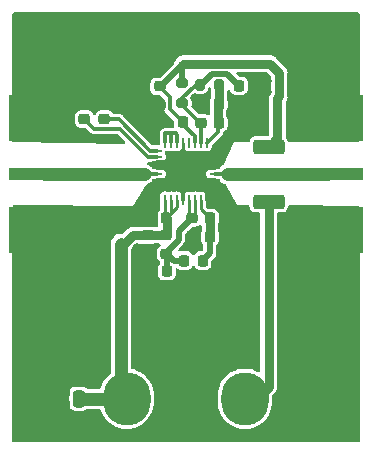
<source format=gbr>
%TF.GenerationSoftware,KiCad,Pcbnew,(6.0.5)*%
%TF.CreationDate,2025-03-15T15:53:08+01:00*%
%TF.ProjectId,PMA5-123-3W,504d4135-2d31-4323-932d-33572e6b6963,rev?*%
%TF.SameCoordinates,Original*%
%TF.FileFunction,Copper,L1,Top*%
%TF.FilePolarity,Positive*%
%FSLAX46Y46*%
G04 Gerber Fmt 4.6, Leading zero omitted, Abs format (unit mm)*
G04 Created by KiCad (PCBNEW (6.0.5)) date 2025-03-15 15:53:08*
%MOMM*%
%LPD*%
G01*
G04 APERTURE LIST*
G04 Aperture macros list*
%AMRoundRect*
0 Rectangle with rounded corners*
0 $1 Rounding radius*
0 $2 $3 $4 $5 $6 $7 $8 $9 X,Y pos of 4 corners*
0 Add a 4 corners polygon primitive as box body*
4,1,4,$2,$3,$4,$5,$6,$7,$8,$9,$2,$3,0*
0 Add four circle primitives for the rounded corners*
1,1,$1+$1,$2,$3*
1,1,$1+$1,$4,$5*
1,1,$1+$1,$6,$7*
1,1,$1+$1,$8,$9*
0 Add four rect primitives between the rounded corners*
20,1,$1+$1,$2,$3,$4,$5,0*
20,1,$1+$1,$4,$5,$6,$7,0*
20,1,$1+$1,$6,$7,$8,$9,0*
20,1,$1+$1,$8,$9,$2,$3,0*%
G04 Aperture macros list end*
%TA.AperFunction,SMDPad,CuDef*%
%ADD10RoundRect,0.225000X0.225000X0.250000X-0.225000X0.250000X-0.225000X-0.250000X0.225000X-0.250000X0*%
%TD*%
%TA.AperFunction,SMDPad,CuDef*%
%ADD11RoundRect,0.062500X0.375000X0.062500X-0.375000X0.062500X-0.375000X-0.062500X0.375000X-0.062500X0*%
%TD*%
%TA.AperFunction,SMDPad,CuDef*%
%ADD12RoundRect,0.062500X0.062500X0.375000X-0.062500X0.375000X-0.062500X-0.375000X0.062500X-0.375000X0*%
%TD*%
%TA.AperFunction,ComponentPad*%
%ADD13C,0.400000*%
%TD*%
%TA.AperFunction,SMDPad,CuDef*%
%ADD14R,3.100000X3.100000*%
%TD*%
%TA.AperFunction,SMDPad,CuDef*%
%ADD15RoundRect,0.225000X-0.250000X0.225000X-0.250000X-0.225000X0.250000X-0.225000X0.250000X0.225000X0*%
%TD*%
%TA.AperFunction,SMDPad,CuDef*%
%ADD16RoundRect,0.225000X-0.225000X-0.250000X0.225000X-0.250000X0.225000X0.250000X-0.225000X0.250000X0*%
%TD*%
%TA.AperFunction,SMDPad,CuDef*%
%ADD17RoundRect,0.225000X0.250000X-0.225000X0.250000X0.225000X-0.250000X0.225000X-0.250000X-0.225000X0*%
%TD*%
%TA.AperFunction,SMDPad,CuDef*%
%ADD18RoundRect,0.218750X0.218750X0.256250X-0.218750X0.256250X-0.218750X-0.256250X0.218750X-0.256250X0*%
%TD*%
%TA.AperFunction,SMDPad,CuDef*%
%ADD19R,4.700000X1.100000*%
%TD*%
%TA.AperFunction,ComponentPad*%
%ADD20R,4.700000X4.000000*%
%TD*%
%TA.AperFunction,ComponentPad*%
%ADD21C,0.800000*%
%TD*%
%TA.AperFunction,ComponentPad*%
%ADD22C,5.400000*%
%TD*%
%TA.AperFunction,SMDPad,CuDef*%
%ADD23RoundRect,0.250000X-1.075000X0.362500X-1.075000X-0.362500X1.075000X-0.362500X1.075000X0.362500X0*%
%TD*%
%TA.AperFunction,SMDPad,CuDef*%
%ADD24RoundRect,0.200000X0.200000X0.275000X-0.200000X0.275000X-0.200000X-0.275000X0.200000X-0.275000X0*%
%TD*%
%TA.AperFunction,SMDPad,CuDef*%
%ADD25RoundRect,0.218750X0.256250X-0.218750X0.256250X0.218750X-0.256250X0.218750X-0.256250X-0.218750X0*%
%TD*%
%TA.AperFunction,ComponentPad*%
%ADD26O,4.000000X4.500000*%
%TD*%
%TA.AperFunction,SMDPad,CuDef*%
%ADD27RoundRect,0.250000X0.250000X0.475000X-0.250000X0.475000X-0.250000X-0.475000X0.250000X-0.475000X0*%
%TD*%
%TA.AperFunction,SMDPad,CuDef*%
%ADD28RoundRect,0.200000X0.275000X-0.200000X0.275000X0.200000X-0.275000X0.200000X-0.275000X-0.200000X0*%
%TD*%
%TA.AperFunction,ViaPad*%
%ADD29C,0.800000*%
%TD*%
%TA.AperFunction,Conductor*%
%ADD30C,0.800000*%
%TD*%
%TA.AperFunction,Conductor*%
%ADD31C,0.500000*%
%TD*%
%TA.AperFunction,Conductor*%
%ADD32C,0.300000*%
%TD*%
%TA.AperFunction,Conductor*%
%ADD33C,0.250000*%
%TD*%
%TA.AperFunction,Conductor*%
%ADD34C,1.100000*%
%TD*%
G04 APERTURE END LIST*
D10*
%TO.P,C16,1*%
%TO.N,Net-(C15-Pad1)*%
X170725000Y-46612740D03*
%TO.P,C16,2*%
%TO.N,GNDREF*%
X169175000Y-46612740D03*
%TD*%
D11*
%TO.P,U4,1*%
%TO.N,GNDREF*%
X173437500Y-52500000D03*
%TO.P,U4,2*%
X173437500Y-52000000D03*
%TO.P,U4,3*%
X173437500Y-51500000D03*
%TO.P,U4,4*%
%TO.N,Net-(J3-Pad1)*%
X173437500Y-51000000D03*
%TO.P,U4,5*%
%TO.N,GNDREF*%
X173437500Y-50500000D03*
%TO.P,U4,6*%
X173437500Y-50000000D03*
%TO.P,U4,7*%
X173437500Y-49500000D03*
%TO.P,U4,8*%
X173437500Y-49000000D03*
D12*
%TO.P,U4,9,Vg1*%
%TO.N,Net-(C4-Pad1)*%
X172750000Y-48312500D03*
%TO.P,U4,10,Vg2*%
%TO.N,Net-(C13-Pad1)*%
X172250000Y-48312500D03*
%TO.P,U4,11,Vg3*%
%TO.N,Net-(C15-Pad1)*%
X171750000Y-48312500D03*
%TO.P,U4,12,VD2B*%
%TO.N,unconnected-(U4-Pad12)*%
X171250000Y-48312500D03*
%TO.P,U4,13*%
%TO.N,GNDREF*%
X170750000Y-48312500D03*
%TO.P,U4,14,VD3B*%
%TO.N,Net-(U4-Pad14)*%
X170250000Y-48312500D03*
%TO.P,U4,15,VD3B*%
X169750000Y-48312500D03*
%TO.P,U4,16,VD3B*%
X169250000Y-48312500D03*
D11*
%TO.P,U4,17,Vref*%
%TO.N,Net-(C19-Pad1)*%
X168562500Y-49000000D03*
%TO.P,U4,18,Vdet*%
%TO.N,Net-(C20-Pad1)*%
X168562500Y-49500000D03*
%TO.P,U4,19*%
%TO.N,GNDREF*%
X168562500Y-50000000D03*
%TO.P,U4,20*%
X168562500Y-50500000D03*
%TO.P,U4,21*%
%TO.N,Net-(J5-Pad1)*%
X168562500Y-51000000D03*
%TO.P,U4,22*%
%TO.N,GNDREF*%
X168562500Y-51500000D03*
%TO.P,U4,23*%
X168562500Y-52000000D03*
%TO.P,U4,24*%
X168562500Y-52500000D03*
D12*
%TO.P,U4,25,VD3*%
%TO.N,+7V-TX*%
X169250000Y-53187500D03*
%TO.P,U4,26,VD3*%
X169750000Y-53187500D03*
%TO.P,U4,27,VD3*%
X170250000Y-53187500D03*
%TO.P,U4,28*%
%TO.N,GNDREF*%
X170750000Y-53187500D03*
%TO.P,U4,29,VD2*%
%TO.N,Net-(C10-Pad1)*%
X171250000Y-53187500D03*
%TO.P,U4,30,VD2*%
X171750000Y-53187500D03*
%TO.P,U4,31,VD1*%
%TO.N,Net-(C11-Pad1)*%
X172250000Y-53187500D03*
%TO.P,U4,32*%
%TO.N,GNDREF*%
X172750000Y-53187500D03*
D13*
%TO.P,U4,33,GND*%
X171600000Y-49550000D03*
X170400000Y-49550000D03*
X170200000Y-51300000D03*
X171000000Y-50600000D03*
X172000000Y-50250000D03*
X170800000Y-49550000D03*
X170400000Y-50950000D03*
X170400000Y-50250000D03*
X169800000Y-49900000D03*
X171400000Y-51300000D03*
X171200000Y-52350000D03*
X172600000Y-51300000D03*
X170800000Y-50950000D03*
X172200000Y-52000000D03*
X172200000Y-51300000D03*
X172000000Y-51650000D03*
X170400000Y-51650000D03*
D14*
X171000000Y-50750000D03*
D13*
X169800000Y-49200000D03*
X171800000Y-50600000D03*
X170000000Y-52350000D03*
X172400000Y-50250000D03*
X171000000Y-49900000D03*
X170800000Y-52350000D03*
X170800000Y-51650000D03*
X170200000Y-49900000D03*
X170000000Y-51650000D03*
X170400000Y-52350000D03*
X171200000Y-49550000D03*
X171600000Y-52350000D03*
X171600000Y-50250000D03*
X170600000Y-49200000D03*
X171200000Y-50250000D03*
X171200000Y-50950000D03*
X171400000Y-50600000D03*
X171400000Y-49900000D03*
X171800000Y-52000000D03*
X172600000Y-49200000D03*
X172400000Y-51650000D03*
X170800000Y-50250000D03*
X170200000Y-49200000D03*
X171800000Y-51300000D03*
X170600000Y-51300000D03*
X171000000Y-49200000D03*
X172600000Y-52000000D03*
X171000000Y-52000000D03*
X171200000Y-51650000D03*
X170000000Y-50250000D03*
X169400000Y-50600000D03*
X172200000Y-50600000D03*
X172400000Y-50950000D03*
X172200000Y-49200000D03*
X171800000Y-49900000D03*
X172000000Y-49550000D03*
X171600000Y-51650000D03*
X169800000Y-51300000D03*
X171600000Y-50950000D03*
X172400000Y-52350000D03*
X171400000Y-52000000D03*
X169600000Y-51650000D03*
X170600000Y-52000000D03*
X172600000Y-49900000D03*
X169400000Y-49900000D03*
X169600000Y-49550000D03*
X170000000Y-49550000D03*
X170200000Y-50600000D03*
X171800000Y-49200000D03*
X172600000Y-50600000D03*
X169400000Y-49200000D03*
X172000000Y-50950000D03*
X172200000Y-49900000D03*
X169400000Y-51300000D03*
X169600000Y-50250000D03*
X169600000Y-52350000D03*
X172000000Y-52350000D03*
X169800000Y-50600000D03*
X171000000Y-51300000D03*
X169400000Y-52000000D03*
X170200000Y-52000000D03*
X170600000Y-49900000D03*
X172400000Y-49550000D03*
X169800000Y-52000000D03*
X170600000Y-50600000D03*
X170000000Y-50950000D03*
X169600000Y-50950000D03*
X171400000Y-49200000D03*
%TD*%
D15*
%TO.P,C18,1*%
%TO.N,+7V-TX*%
X167775000Y-56175000D03*
%TO.P,C18,2*%
%TO.N,GNDREF*%
X167775000Y-57725000D03*
%TD*%
D16*
%TO.P,C13,1*%
%TO.N,Net-(C13-Pad1)*%
X175475000Y-43500000D03*
%TO.P,C13,2*%
%TO.N,GNDREF*%
X177025000Y-43500000D03*
%TD*%
D17*
%TO.P,C19,1*%
%TO.N,Net-(C19-Pad1)*%
X164100000Y-46325000D03*
%TO.P,C19,2*%
%TO.N,GNDREF*%
X164100000Y-44775000D03*
%TD*%
D18*
%TO.P,L1,1,1*%
%TO.N,Net-(C11-Pad1)*%
X172412500Y-58300000D03*
%TO.P,L1,2,2*%
%TO.N,Net-(C10-Pad1)*%
X170837500Y-58300000D03*
%TD*%
D19*
%TO.P,J3,1,In1*%
%TO.N,Net-(J3-Pad1)*%
X183640000Y-51000000D03*
D20*
%TO.P,J3,2,Ext1*%
%TO.N,GNDREF*%
X183640000Y-55750000D03*
X183640000Y-46250000D03*
%TD*%
D21*
%TO.P,H5,1,1*%
%TO.N,GNDREF*%
X157568109Y-60568109D03*
X161025000Y-62000000D03*
X159000000Y-64025000D03*
X160431891Y-63431891D03*
X159000000Y-59975000D03*
X156975000Y-62000000D03*
X160431891Y-60568109D03*
X157568109Y-63431891D03*
D22*
X159000000Y-62000000D03*
%TD*%
D16*
%TO.P,C6,1*%
%TO.N,Net-(C11-Pad1)*%
X173025000Y-56300000D03*
%TO.P,C6,2*%
%TO.N,GNDREF*%
X174575000Y-56300000D03*
%TD*%
D23*
%TO.P,R13,1*%
%TO.N,Net-(C15-Pad1)*%
X178000000Y-48687500D03*
%TO.P,R13,2*%
%TO.N,Net-(R13-Pad2)*%
X178000000Y-53312500D03*
%TD*%
D15*
%TO.P,C14,1*%
%TO.N,Net-(C10-Pad1)*%
X171500000Y-54675000D03*
%TO.P,C14,2*%
%TO.N,GNDREF*%
X171500000Y-56225000D03*
%TD*%
D17*
%TO.P,C8,1*%
%TO.N,Net-(C13-Pad1)*%
X172237740Y-46637740D03*
%TO.P,C8,2*%
%TO.N,GNDREF*%
X172237740Y-45087740D03*
%TD*%
D21*
%TO.P,H1,1,1*%
%TO.N,GNDREF*%
X183000000Y-37975000D03*
X184431891Y-41431891D03*
X184431891Y-38568109D03*
X181568109Y-41431891D03*
X180975000Y-40000000D03*
X183000000Y-42025000D03*
X185025000Y-40000000D03*
D22*
X183000000Y-40000000D03*
D21*
X181568109Y-38568109D03*
%TD*%
%TO.P,H4,1,1*%
%TO.N,GNDREF*%
X160431891Y-38568109D03*
X160431891Y-41431891D03*
X159000000Y-42025000D03*
X157568109Y-38568109D03*
X161025000Y-40000000D03*
X159000000Y-37975000D03*
X157568109Y-41431891D03*
X156975000Y-40000000D03*
D22*
X159000000Y-40000000D03*
%TD*%
D24*
%TO.P,R5,1*%
%TO.N,Net-(C4-Pad1)*%
X173812740Y-43400000D03*
%TO.P,R5,2*%
%TO.N,Net-(C13-Pad1)*%
X172162740Y-43400000D03*
%TD*%
D16*
%TO.P,C11,1*%
%TO.N,Net-(C11-Pad1)*%
X173025000Y-54700000D03*
%TO.P,C11,2*%
%TO.N,GNDREF*%
X174575000Y-54700000D03*
%TD*%
D25*
%TO.P,L2,1,1*%
%TO.N,Net-(C10-Pad1)*%
X169350000Y-57725000D03*
%TO.P,L2,2,2*%
%TO.N,+7V-TX*%
X169350000Y-56150000D03*
%TD*%
D26*
%TO.P,J1,1,Pin_1*%
%TO.N,Net-(R13-Pad2)*%
X176000000Y-70000000D03*
%TO.P,J1,2,Pin_2*%
%TO.N,GNDREF*%
X171000000Y-70000000D03*
%TO.P,J1,3,Pin_3*%
%TO.N,+7V-TX*%
X166000000Y-70000000D03*
%TD*%
D10*
%TO.P,C10,1*%
%TO.N,Net-(C10-Pad1)*%
X169375000Y-59212500D03*
%TO.P,C10,2*%
%TO.N,GNDREF*%
X167825000Y-59212500D03*
%TD*%
D16*
%TO.P,C7,1*%
%TO.N,Net-(C4-Pad1)*%
X173775000Y-46650000D03*
%TO.P,C7,2*%
%TO.N,GNDREF*%
X175325000Y-46650000D03*
%TD*%
D19*
%TO.P,J5,1,In1*%
%TO.N,Net-(J5-Pad1)*%
X158360000Y-51000000D03*
D20*
%TO.P,J5,2,Ext1*%
%TO.N,GNDREF*%
X158360000Y-55750000D03*
X158360000Y-46250000D03*
%TD*%
D17*
%TO.P,C20,1*%
%TO.N,Net-(C20-Pad1)*%
X162400000Y-46325000D03*
%TO.P,C20,2*%
%TO.N,GNDREF*%
X162400000Y-44775000D03*
%TD*%
D16*
%TO.P,C4,1*%
%TO.N,Net-(C4-Pad1)*%
X173775000Y-45050000D03*
%TO.P,C4,2*%
%TO.N,GNDREF*%
X175325000Y-45050000D03*
%TD*%
D27*
%TO.P,C1,1*%
%TO.N,+7V-TX*%
X161950000Y-70000000D03*
%TO.P,C1,2*%
%TO.N,GNDREF*%
X160050000Y-70000000D03*
%TD*%
D15*
%TO.P,C15,1*%
%TO.N,Net-(C15-Pad1)*%
X168770000Y-43565000D03*
%TO.P,C15,2*%
%TO.N,GNDREF*%
X168770000Y-45115000D03*
%TD*%
D28*
%TO.P,R8,1*%
%TO.N,Net-(C13-Pad1)*%
X170700000Y-44925000D03*
%TO.P,R8,2*%
%TO.N,Net-(C15-Pad1)*%
X170700000Y-43275000D03*
%TD*%
D10*
%TO.P,C17,1*%
%TO.N,+7V-TX*%
X169350000Y-54700000D03*
%TO.P,C17,2*%
%TO.N,GNDREF*%
X167800000Y-54700000D03*
%TD*%
D21*
%TO.P,H6,1,1*%
%TO.N,GNDREF*%
X181568109Y-63431891D03*
X181568109Y-60568109D03*
X183000000Y-64025000D03*
X184431891Y-63431891D03*
X183000000Y-59975000D03*
X180975000Y-62000000D03*
X184431891Y-60568109D03*
X185025000Y-62000000D03*
D22*
X183000000Y-62000000D03*
%TD*%
D29*
%TO.N,GNDREF*%
X184500000Y-43500000D03*
X168000000Y-62000000D03*
X164000000Y-62000000D03*
X162400000Y-43900000D03*
X176000000Y-64000000D03*
X172000000Y-40000000D03*
X172000000Y-38000000D03*
X177900000Y-44000000D03*
X170000000Y-40000000D03*
X179250000Y-62000000D03*
X177900000Y-43100000D03*
X172000000Y-62000000D03*
X175400000Y-56900000D03*
X164000000Y-38000000D03*
X176200000Y-44700000D03*
X162000000Y-40000000D03*
X172700000Y-44500000D03*
X170000000Y-38000000D03*
X157500000Y-58500000D03*
X174000000Y-38000000D03*
X175400000Y-56000000D03*
X178000000Y-40000000D03*
X168000000Y-38000000D03*
X162000000Y-64000000D03*
X179250000Y-64000000D03*
X168000000Y-40000000D03*
X168200000Y-46100000D03*
X178000000Y-38000000D03*
X164000000Y-64000000D03*
X171800000Y-44500000D03*
X176200000Y-46300000D03*
X162000000Y-62000000D03*
X166000000Y-40000000D03*
X166837500Y-58162500D03*
X182500000Y-43500000D03*
X176000000Y-40000000D03*
X157500000Y-43500000D03*
X168000000Y-64000000D03*
X166900000Y-55000000D03*
X164100000Y-43900000D03*
X171100000Y-57100000D03*
X180000000Y-38000000D03*
X168200000Y-47000000D03*
X174000000Y-40000000D03*
X172000000Y-57100000D03*
X166000000Y-38000000D03*
X174000000Y-64000000D03*
X164000000Y-40000000D03*
X182500000Y-58500000D03*
X174000000Y-62000000D03*
X175400000Y-54200000D03*
X170000000Y-62000000D03*
X184500000Y-58500000D03*
X166900000Y-54100000D03*
X159500000Y-43500000D03*
X180000000Y-40000000D03*
X166800000Y-59000000D03*
X170000000Y-64000000D03*
X172000000Y-64000000D03*
X175400000Y-55100000D03*
X159000000Y-69250000D03*
X159500000Y-58500000D03*
X176000000Y-38000000D03*
X176200000Y-45500000D03*
X176200000Y-47100000D03*
X166800000Y-59900000D03*
X176000000Y-62000000D03*
X159000000Y-70750000D03*
X162000000Y-38000000D03*
X166837500Y-57262500D03*
%TD*%
D30*
%TO.N,Net-(R13-Pad2)*%
X177000000Y-70000000D02*
X176000000Y-70000000D01*
X178000000Y-69000000D02*
X177000000Y-70000000D01*
X178000000Y-53312500D02*
X178000000Y-69000000D01*
D31*
%TO.N,GNDREF*%
X175325000Y-46650000D02*
X175750000Y-46650000D01*
X171500000Y-56700000D02*
X171100000Y-57100000D01*
D32*
X169133644Y-52000000D02*
X169250000Y-52000000D01*
X171750000Y-51500000D02*
X171000000Y-50750000D01*
D31*
X167500000Y-54700000D02*
X166900000Y-54100000D01*
X175325000Y-45050000D02*
X175850000Y-45050000D01*
D32*
X174575000Y-56300000D02*
X175100000Y-56300000D01*
D31*
X167837500Y-59212500D02*
X167487500Y-59212500D01*
D32*
X173437500Y-49500000D02*
X172750000Y-49500000D01*
D31*
X167800000Y-54700000D02*
X167500000Y-54700000D01*
D33*
X173437500Y-49000000D02*
X173250000Y-49000000D01*
X170750000Y-50500000D02*
X171000000Y-50750000D01*
D32*
X174800000Y-56300000D02*
X175400000Y-56900000D01*
X168633644Y-52500000D02*
X169133644Y-52000000D01*
X174575000Y-54700000D02*
X174900000Y-54700000D01*
X169750000Y-52000000D02*
X170000000Y-51750000D01*
X171750000Y-50000000D02*
X171000000Y-50750000D01*
X170750000Y-52000000D02*
X171000000Y-51750000D01*
D31*
X175325000Y-45050000D02*
X175750000Y-45050000D01*
X171500000Y-56600000D02*
X172000000Y-57100000D01*
X169175000Y-46612740D02*
X168712740Y-46612740D01*
X175850000Y-45050000D02*
X176200000Y-44700000D01*
X175325000Y-46650000D02*
X175850000Y-46650000D01*
X171500000Y-56225000D02*
X171500000Y-56600000D01*
D32*
X171250000Y-50500000D02*
X171000000Y-50750000D01*
X170250000Y-51500000D02*
X171000000Y-50750000D01*
X174575000Y-54700000D02*
X175000000Y-54700000D01*
X168562500Y-52000000D02*
X169250000Y-52000000D01*
X172750000Y-53187500D02*
X172750000Y-52500000D01*
D31*
X167362500Y-57637500D02*
X166837500Y-58162500D01*
D32*
X173437500Y-52000000D02*
X172250000Y-52000000D01*
D33*
X173250000Y-49000000D02*
X172750000Y-49500000D01*
D32*
X168562500Y-51500000D02*
X170250000Y-51500000D01*
D31*
X177025000Y-43500000D02*
X177500000Y-43500000D01*
X167212500Y-57637500D02*
X166837500Y-57262500D01*
D32*
X168562500Y-52500000D02*
X168633644Y-52500000D01*
D31*
X168787740Y-45187740D02*
X168787740Y-45512260D01*
D32*
X174900000Y-54700000D02*
X175400000Y-54200000D01*
X175100000Y-56300000D02*
X175400000Y-56000000D01*
X172750000Y-49500000D02*
X172250000Y-49500000D01*
D31*
X171500000Y-56225000D02*
X171500000Y-56700000D01*
D32*
X170250000Y-50000000D02*
X171000000Y-50750000D01*
D31*
X175750000Y-45050000D02*
X176200000Y-45500000D01*
D32*
X173437500Y-50500000D02*
X171250000Y-50500000D01*
D31*
X167200000Y-54700000D02*
X166900000Y-55000000D01*
X177025000Y-43500000D02*
X177400000Y-43500000D01*
X168587260Y-46612740D02*
X168200000Y-47000000D01*
X167012500Y-59212500D02*
X166800000Y-59000000D01*
D32*
X168562500Y-50500000D02*
X170750000Y-50500000D01*
D31*
X167800000Y-54700000D02*
X167200000Y-54700000D01*
D32*
X175000000Y-54700000D02*
X175400000Y-55100000D01*
X172250000Y-49500000D02*
X171000000Y-50750000D01*
D31*
X167487500Y-59212500D02*
X166800000Y-59900000D01*
D32*
X173437500Y-52500000D02*
X172750000Y-52500000D01*
X173437500Y-51500000D02*
X171750000Y-51500000D01*
X168562500Y-50000000D02*
X170250000Y-50000000D01*
D31*
X177400000Y-43500000D02*
X177900000Y-44000000D01*
X175850000Y-46650000D02*
X176200000Y-46300000D01*
D32*
X173437500Y-50000000D02*
X171750000Y-50000000D01*
X172750000Y-52500000D02*
X171000000Y-50750000D01*
X169250000Y-52000000D02*
X169750000Y-52000000D01*
X174575000Y-56300000D02*
X174800000Y-56300000D01*
D31*
X175750000Y-46650000D02*
X176200000Y-47100000D01*
D32*
X170750000Y-53187500D02*
X170750000Y-52000000D01*
D31*
X167837500Y-59212500D02*
X167012500Y-59212500D01*
D32*
X172250000Y-52000000D02*
X171000000Y-50750000D01*
D33*
X170750000Y-48312500D02*
X170750000Y-50500000D01*
D31*
X177500000Y-43500000D02*
X177900000Y-43100000D01*
X168787740Y-45512260D02*
X168200000Y-46100000D01*
X168712740Y-46612740D02*
X168200000Y-46100000D01*
X169175000Y-46612740D02*
X168587260Y-46612740D01*
D32*
%TO.N,Net-(C4-Pad1)*%
X172775240Y-48325240D02*
X173712740Y-47387740D01*
X173737740Y-46637740D02*
X173712740Y-46612740D01*
X173712740Y-47387740D02*
X173712740Y-46612740D01*
D30*
X173712740Y-45112740D02*
X173712740Y-46612740D01*
X173812740Y-43612740D02*
X173812740Y-45012740D01*
X173812740Y-45012740D02*
X173712740Y-45112740D01*
D31*
%TO.N,Net-(C11-Pad1)*%
X172412500Y-58287500D02*
X173025000Y-57675000D01*
D33*
X172250000Y-53187500D02*
X172250000Y-53925000D01*
D31*
X172412500Y-58300000D02*
X172412500Y-58287500D01*
D30*
X173025000Y-56300000D02*
X173025000Y-54700000D01*
D31*
X173025000Y-57675000D02*
X173025000Y-56300000D01*
D33*
X172250000Y-53925000D02*
X173025000Y-54700000D01*
D32*
%TO.N,Net-(C13-Pad1)*%
X172237740Y-46637740D02*
X172237740Y-47662740D01*
X172187740Y-46637740D02*
X170737740Y-45187740D01*
X172237740Y-47662740D02*
X172250000Y-47675000D01*
X171740030Y-43500000D02*
X172162740Y-43500000D01*
X170700000Y-44540030D02*
X171740030Y-43500000D01*
X172237740Y-46637740D02*
X172187740Y-46637740D01*
D31*
X174450480Y-42475480D02*
X175475000Y-43500000D01*
X173187260Y-42475480D02*
X174450480Y-42475480D01*
D32*
X170700000Y-44925000D02*
X170700000Y-44540030D01*
D31*
X172162740Y-43500000D02*
X173187260Y-42475480D01*
D32*
X172250000Y-47675000D02*
X172250000Y-48312500D01*
D33*
%TO.N,+7V-TX*%
X169750000Y-54300000D02*
X169350000Y-54700000D01*
D30*
X169375000Y-56150000D02*
X167800000Y-56150000D01*
X167775000Y-56175000D02*
X166511477Y-56175000D01*
D33*
X169250000Y-54600000D02*
X169350000Y-54700000D01*
X170250000Y-53800000D02*
X169350000Y-54700000D01*
D34*
X165500000Y-69500000D02*
X166000000Y-70000000D01*
X165500000Y-56885988D02*
X165500000Y-69500000D01*
D30*
X169375000Y-56150000D02*
X169375000Y-54725000D01*
D33*
X169750000Y-53187500D02*
X169750000Y-54300000D01*
D30*
X169375000Y-54725000D02*
X169350000Y-54700000D01*
X167800000Y-56150000D02*
X167775000Y-56175000D01*
D34*
X166000000Y-70000000D02*
X161950000Y-70000000D01*
D33*
X170250000Y-53187500D02*
X170250000Y-53800000D01*
X169250000Y-53187500D02*
X169250000Y-54600000D01*
D30*
X166511477Y-56175000D02*
X165800489Y-56885988D01*
D32*
%TO.N,Net-(C15-Pad1)*%
X169612260Y-45462260D02*
X169612260Y-44462260D01*
X170762740Y-46612740D02*
X169612260Y-45462260D01*
D30*
X178750000Y-44563523D02*
X178899511Y-44414012D01*
D32*
X170762740Y-46787740D02*
X170762740Y-46612740D01*
D31*
X170700000Y-41874520D02*
X170625480Y-41800000D01*
D30*
X178750000Y-47937500D02*
X178750000Y-44563523D01*
X178125960Y-41625960D02*
X170799520Y-41625960D01*
D32*
X169612260Y-44462260D02*
X168787740Y-43637740D01*
D31*
X170625480Y-41800000D02*
X168787740Y-43637740D01*
X170649520Y-41775960D02*
X170625480Y-41800000D01*
D32*
X171749760Y-47774760D02*
X170762740Y-46787740D01*
D30*
X178899511Y-42399511D02*
X178125960Y-41625960D01*
X178000000Y-48687500D02*
X178750000Y-47937500D01*
D31*
X170700000Y-43275000D02*
X170700000Y-41874520D01*
D32*
X171749760Y-48299760D02*
X171749760Y-47774760D01*
D30*
X170799520Y-41625960D02*
X170649520Y-41775960D01*
X178899511Y-44414012D02*
X178899511Y-42399511D01*
D33*
%TO.N,Net-(C10-Pad1)*%
X171250000Y-53187500D02*
X171250000Y-54425000D01*
X171750000Y-54425000D02*
X171500000Y-54675000D01*
X171250000Y-54425000D02*
X171500000Y-54675000D01*
D31*
X169950000Y-58300000D02*
X170837500Y-58300000D01*
X169375000Y-57570076D02*
X169375000Y-57725000D01*
X171500000Y-54675000D02*
X170400000Y-55775000D01*
X169375000Y-57725000D02*
X169375000Y-59200000D01*
D33*
X171750000Y-53187500D02*
X171750000Y-54425000D01*
D31*
X169375000Y-57725000D02*
X169950000Y-58300000D01*
X170400000Y-56545076D02*
X169375000Y-57570076D01*
X170400000Y-55775000D02*
X170400000Y-56545076D01*
D32*
%TO.N,Net-(C19-Pad1)*%
X168562500Y-49000000D02*
X168000000Y-49000000D01*
X165325000Y-46325000D02*
X164100000Y-46325000D01*
X168000000Y-49000000D02*
X165325000Y-46325000D01*
%TO.N,Net-(C20-Pad1)*%
X165418092Y-47124520D02*
X163199520Y-47124520D01*
X167793572Y-49500000D02*
X165418092Y-47124520D01*
X163199520Y-47124520D02*
X162400000Y-46325000D01*
X168562500Y-49500000D02*
X167793572Y-49500000D01*
%TO.N,Net-(J3-Pad1)*%
X173437500Y-51000000D02*
X183000000Y-51000000D01*
D34*
X174500000Y-51000000D02*
X183000000Y-51000000D01*
%TO.N,Net-(J5-Pad1)*%
X167500000Y-51000000D02*
X159000000Y-51000000D01*
D32*
X168562500Y-51000000D02*
X159000000Y-51000000D01*
%TO.N,Net-(U4-Pad14)*%
X170162500Y-47537500D02*
X169762500Y-47537500D01*
X170250000Y-48250000D02*
X170262500Y-48237500D01*
X169262500Y-47537500D02*
X169250000Y-47550000D01*
X169750000Y-47550000D02*
X169737500Y-47537500D01*
X170262500Y-47637500D02*
X170162500Y-47537500D01*
X169750000Y-47550000D02*
X169750000Y-48250000D01*
X169737500Y-47537500D02*
X169262500Y-47537500D01*
X170262500Y-48237500D02*
X170262500Y-47637500D01*
X169762500Y-47537500D02*
X169750000Y-47550000D01*
X169250000Y-47550000D02*
X169250000Y-48250000D01*
%TD*%
%TA.AperFunction,Conductor*%
%TO.N,GNDREF*%
G36*
X177851735Y-42346462D02*
G01*
X177872709Y-42363365D01*
X178162106Y-42652762D01*
X178196132Y-42715074D01*
X178199011Y-42741857D01*
X178199011Y-44087394D01*
X178179009Y-44155515D01*
X178172165Y-44165140D01*
X178151105Y-44191999D01*
X178151103Y-44192003D01*
X178146416Y-44197980D01*
X178143290Y-44204903D01*
X178141505Y-44207851D01*
X178134113Y-44220811D01*
X178132480Y-44223857D01*
X178128113Y-44230070D01*
X178119513Y-44252128D01*
X178105180Y-44288889D01*
X178102625Y-44294968D01*
X178076645Y-44352507D01*
X178075260Y-44359978D01*
X178074236Y-44363246D01*
X178070123Y-44377687D01*
X178069283Y-44380960D01*
X178066524Y-44388036D01*
X178060644Y-44432706D01*
X178058284Y-44450629D01*
X178057252Y-44457146D01*
X178055110Y-44468704D01*
X178045748Y-44519215D01*
X178046185Y-44526795D01*
X178046185Y-44526796D01*
X178049291Y-44580667D01*
X178049500Y-44587919D01*
X178049500Y-47595154D01*
X178029498Y-47663275D01*
X178012595Y-47684249D01*
X177959249Y-47737595D01*
X177896937Y-47771621D01*
X177870154Y-47774500D01*
X176882228Y-47774500D01*
X176792453Y-47785364D01*
X176784925Y-47788344D01*
X176784923Y-47788345D01*
X176715832Y-47815700D01*
X176652217Y-47840887D01*
X176532078Y-47932078D01*
X176440887Y-48052217D01*
X176437725Y-48060204D01*
X176394102Y-48170383D01*
X176350428Y-48226357D01*
X176276950Y-48250000D01*
X175100000Y-48250000D01*
X174587513Y-49403096D01*
X174259810Y-50140428D01*
X174213866Y-50194554D01*
X174184859Y-50208674D01*
X174141152Y-50223383D01*
X173982756Y-50318557D01*
X173977796Y-50323248D01*
X173977794Y-50323249D01*
X173917296Y-50380460D01*
X173848493Y-50445524D01*
X173844659Y-50451166D01*
X173815329Y-50494323D01*
X173760496Y-50539421D01*
X173711117Y-50549500D01*
X173403650Y-50549500D01*
X173399003Y-50550199D01*
X173398998Y-50550199D01*
X173312850Y-50563151D01*
X173303538Y-50564551D01*
X173295049Y-50568627D01*
X173294065Y-50568930D01*
X173257016Y-50574500D01*
X173028096Y-50574500D01*
X173023548Y-50575169D01*
X173023541Y-50575170D01*
X172966431Y-50583577D01*
X172966429Y-50583578D01*
X172956746Y-50585003D01*
X172947958Y-50589318D01*
X172947957Y-50589318D01*
X172857616Y-50633673D01*
X172857614Y-50633674D01*
X172848268Y-50638263D01*
X172762890Y-50723790D01*
X172709819Y-50832361D01*
X172699500Y-50903096D01*
X172699500Y-51096904D01*
X172700169Y-51101452D01*
X172700170Y-51101459D01*
X172708488Y-51157962D01*
X172710003Y-51168254D01*
X172763263Y-51276732D01*
X172848790Y-51362110D01*
X172957361Y-51415181D01*
X172967036Y-51416592D01*
X172967038Y-51416593D01*
X173023569Y-51424840D01*
X173023575Y-51424840D01*
X173028096Y-51425500D01*
X173269377Y-51425500D01*
X173307370Y-51431365D01*
X173366230Y-51449980D01*
X173372837Y-51450500D01*
X173708683Y-51450500D01*
X173776804Y-51470502D01*
X173804921Y-51495172D01*
X173910020Y-51619540D01*
X173915444Y-51623687D01*
X173915445Y-51623688D01*
X174051399Y-51727633D01*
X174051403Y-51727636D01*
X174056820Y-51731777D01*
X174063000Y-51734659D01*
X174063002Y-51734660D01*
X174218114Y-51806990D01*
X174224297Y-51809873D01*
X174294194Y-51825496D01*
X174356310Y-51859876D01*
X174376259Y-51886215D01*
X175350000Y-53600000D01*
X175365000Y-53600133D01*
X175365001Y-53600133D01*
X176250657Y-53607974D01*
X176318597Y-53628578D01*
X176364614Y-53682643D01*
X176374628Y-53718831D01*
X176385364Y-53807547D01*
X176388344Y-53815075D01*
X176388345Y-53815077D01*
X176415700Y-53884168D01*
X176440887Y-53947783D01*
X176532078Y-54067922D01*
X176652217Y-54159113D01*
X176711938Y-54182758D01*
X176784923Y-54211655D01*
X176784925Y-54211656D01*
X176792453Y-54214636D01*
X176882228Y-54225500D01*
X177173500Y-54225500D01*
X177241621Y-54245502D01*
X177288114Y-54299158D01*
X177299500Y-54351500D01*
X177299500Y-67623195D01*
X177279498Y-67691316D01*
X177225842Y-67737809D01*
X177155568Y-67747913D01*
X177117776Y-67736203D01*
X176882252Y-67620055D01*
X176878346Y-67618729D01*
X176600604Y-67524448D01*
X176600600Y-67524447D01*
X176596691Y-67523120D01*
X176592647Y-67522316D01*
X176592641Y-67522314D01*
X176304959Y-67465090D01*
X176304953Y-67465089D01*
X176300920Y-67464287D01*
X176296815Y-67464018D01*
X176296808Y-67464017D01*
X176004119Y-67444834D01*
X176000000Y-67444564D01*
X175995881Y-67444834D01*
X175703192Y-67464017D01*
X175703185Y-67464018D01*
X175699080Y-67464287D01*
X175695047Y-67465089D01*
X175695041Y-67465090D01*
X175407359Y-67522314D01*
X175407353Y-67522316D01*
X175403309Y-67523120D01*
X175399400Y-67524447D01*
X175399396Y-67524448D01*
X175121654Y-67618729D01*
X175117748Y-67620055D01*
X175111381Y-67623195D01*
X174850986Y-67751607D01*
X174850981Y-67751610D01*
X174847282Y-67753434D01*
X174843849Y-67755728D01*
X174599970Y-67918682D01*
X174599965Y-67918686D01*
X174596539Y-67920975D01*
X174593445Y-67923689D01*
X174593439Y-67923693D01*
X174372900Y-68117102D01*
X174369811Y-68119811D01*
X174367102Y-68122900D01*
X174173693Y-68343439D01*
X174173689Y-68343445D01*
X174170975Y-68346539D01*
X174003434Y-68597282D01*
X173870055Y-68867748D01*
X173868729Y-68871653D01*
X173868729Y-68871654D01*
X173774632Y-69148856D01*
X173773120Y-69153309D01*
X173772316Y-69157353D01*
X173772314Y-69157359D01*
X173719965Y-69420537D01*
X173714287Y-69449080D01*
X173714018Y-69453185D01*
X173714017Y-69453192D01*
X173710127Y-69512545D01*
X173699500Y-69674690D01*
X173699500Y-70325310D01*
X173714287Y-70550920D01*
X173715089Y-70554953D01*
X173715090Y-70554959D01*
X173754806Y-70754623D01*
X173773120Y-70846691D01*
X173774447Y-70850600D01*
X173774448Y-70850604D01*
X173868729Y-71128346D01*
X173870055Y-71132252D01*
X174003434Y-71402718D01*
X174170975Y-71653461D01*
X174173689Y-71656555D01*
X174173693Y-71656561D01*
X174367102Y-71877100D01*
X174369811Y-71880189D01*
X174372900Y-71882898D01*
X174593439Y-72076307D01*
X174593445Y-72076311D01*
X174596539Y-72079025D01*
X174599965Y-72081314D01*
X174599970Y-72081318D01*
X174787533Y-72206643D01*
X174847282Y-72246566D01*
X174850981Y-72248390D01*
X174850986Y-72248393D01*
X174989834Y-72316865D01*
X175117748Y-72379945D01*
X175121653Y-72381271D01*
X175121654Y-72381271D01*
X175399396Y-72475552D01*
X175399400Y-72475553D01*
X175403309Y-72476880D01*
X175407353Y-72477684D01*
X175407359Y-72477686D01*
X175695041Y-72534910D01*
X175695047Y-72534911D01*
X175699080Y-72535713D01*
X175703185Y-72535982D01*
X175703192Y-72535983D01*
X175995881Y-72555166D01*
X176000000Y-72555436D01*
X176004119Y-72555166D01*
X176296808Y-72535983D01*
X176296815Y-72535982D01*
X176300920Y-72535713D01*
X176304953Y-72534911D01*
X176304959Y-72534910D01*
X176592641Y-72477686D01*
X176592647Y-72477684D01*
X176596691Y-72476880D01*
X176600600Y-72475553D01*
X176600604Y-72475552D01*
X176878346Y-72381271D01*
X176878347Y-72381271D01*
X176882252Y-72379945D01*
X177010166Y-72316865D01*
X177149014Y-72248393D01*
X177149019Y-72248390D01*
X177152718Y-72246566D01*
X177212467Y-72206643D01*
X177400030Y-72081318D01*
X177400035Y-72081314D01*
X177403461Y-72079025D01*
X177406555Y-72076311D01*
X177406561Y-72076307D01*
X177627100Y-71882898D01*
X177630189Y-71880189D01*
X177632898Y-71877100D01*
X177826307Y-71656561D01*
X177826311Y-71656555D01*
X177829025Y-71653461D01*
X177996566Y-71402718D01*
X178129945Y-71132252D01*
X178131271Y-71128346D01*
X178225552Y-70850604D01*
X178225553Y-70850600D01*
X178226880Y-70846691D01*
X178245194Y-70754623D01*
X178284910Y-70554959D01*
X178284911Y-70554953D01*
X178285713Y-70550920D01*
X178300500Y-70325310D01*
X178300500Y-69742347D01*
X178320502Y-69674226D01*
X178337405Y-69653252D01*
X178475074Y-69515583D01*
X178481340Y-69509729D01*
X178518669Y-69477165D01*
X178524396Y-69472169D01*
X178560690Y-69420527D01*
X178564616Y-69415242D01*
X178598895Y-69371524D01*
X178598897Y-69371520D01*
X178603584Y-69365543D01*
X178606710Y-69358620D01*
X178608495Y-69355672D01*
X178615887Y-69342712D01*
X178617520Y-69339666D01*
X178621887Y-69333453D01*
X178644820Y-69274633D01*
X178647376Y-69268554D01*
X178670230Y-69217938D01*
X178670231Y-69217935D01*
X178673355Y-69211016D01*
X178674739Y-69203549D01*
X178675764Y-69200278D01*
X178679863Y-69185886D01*
X178680715Y-69182569D01*
X178683476Y-69175487D01*
X178691716Y-69112894D01*
X178692747Y-69106387D01*
X178702869Y-69051775D01*
X178704253Y-69044308D01*
X178700709Y-68982844D01*
X178700500Y-68975592D01*
X178700500Y-54351500D01*
X178720502Y-54283379D01*
X178774158Y-54236886D01*
X178826500Y-54225500D01*
X179117772Y-54225500D01*
X179207547Y-54214636D01*
X179215075Y-54211656D01*
X179215077Y-54211655D01*
X179288062Y-54182758D01*
X179347783Y-54159113D01*
X179467922Y-54067922D01*
X179559113Y-53947783D01*
X179584300Y-53884168D01*
X179611655Y-53815077D01*
X179611656Y-53815075D01*
X179614636Y-53807547D01*
X179621625Y-53749794D01*
X179649666Y-53684569D01*
X179708518Y-53644859D01*
X179747828Y-53638936D01*
X185574617Y-53690524D01*
X185642556Y-53711128D01*
X185688573Y-53765193D01*
X185699500Y-53816519D01*
X185699500Y-73573500D01*
X185679498Y-73641621D01*
X185625842Y-73688114D01*
X185573500Y-73699500D01*
X156426500Y-73699500D01*
X156358379Y-73679498D01*
X156311886Y-73625842D01*
X156300500Y-73573500D01*
X156300500Y-69952244D01*
X161095819Y-69952244D01*
X161105490Y-70136781D01*
X161107301Y-70143354D01*
X161107301Y-70143357D01*
X161144976Y-70280135D01*
X161149500Y-70313595D01*
X161149500Y-70517772D01*
X161160364Y-70607547D01*
X161215887Y-70747783D01*
X161307078Y-70867922D01*
X161427217Y-70959113D01*
X161490832Y-70984300D01*
X161559923Y-71011655D01*
X161559925Y-71011656D01*
X161567453Y-71014636D01*
X161657228Y-71025500D01*
X162242772Y-71025500D01*
X162332547Y-71014636D01*
X162340075Y-71011656D01*
X162340077Y-71011655D01*
X162409168Y-70984300D01*
X162472783Y-70959113D01*
X162479625Y-70953920D01*
X162479628Y-70953918D01*
X162582099Y-70876138D01*
X162648452Y-70850884D01*
X162658279Y-70850500D01*
X163684123Y-70850500D01*
X163752244Y-70870502D01*
X163798737Y-70924158D01*
X163803436Y-70935999D01*
X163833818Y-71025500D01*
X163870055Y-71132252D01*
X164003434Y-71402718D01*
X164170975Y-71653461D01*
X164173689Y-71656555D01*
X164173693Y-71656561D01*
X164367102Y-71877100D01*
X164369811Y-71880189D01*
X164372900Y-71882898D01*
X164593439Y-72076307D01*
X164593445Y-72076311D01*
X164596539Y-72079025D01*
X164599965Y-72081314D01*
X164599970Y-72081318D01*
X164787533Y-72206643D01*
X164847282Y-72246566D01*
X164850981Y-72248390D01*
X164850986Y-72248393D01*
X164989834Y-72316865D01*
X165117748Y-72379945D01*
X165121653Y-72381271D01*
X165121654Y-72381271D01*
X165399396Y-72475552D01*
X165399400Y-72475553D01*
X165403309Y-72476880D01*
X165407353Y-72477684D01*
X165407359Y-72477686D01*
X165695041Y-72534910D01*
X165695047Y-72534911D01*
X165699080Y-72535713D01*
X165703185Y-72535982D01*
X165703192Y-72535983D01*
X165995881Y-72555166D01*
X166000000Y-72555436D01*
X166004119Y-72555166D01*
X166296808Y-72535983D01*
X166296815Y-72535982D01*
X166300920Y-72535713D01*
X166304953Y-72534911D01*
X166304959Y-72534910D01*
X166592641Y-72477686D01*
X166592647Y-72477684D01*
X166596691Y-72476880D01*
X166600600Y-72475553D01*
X166600604Y-72475552D01*
X166878346Y-72381271D01*
X166878347Y-72381271D01*
X166882252Y-72379945D01*
X167010166Y-72316865D01*
X167149014Y-72248393D01*
X167149019Y-72248390D01*
X167152718Y-72246566D01*
X167212467Y-72206643D01*
X167400030Y-72081318D01*
X167400035Y-72081314D01*
X167403461Y-72079025D01*
X167406555Y-72076311D01*
X167406561Y-72076307D01*
X167627100Y-71882898D01*
X167630189Y-71880189D01*
X167632898Y-71877100D01*
X167826307Y-71656561D01*
X167826311Y-71656555D01*
X167829025Y-71653461D01*
X167996566Y-71402718D01*
X168129945Y-71132252D01*
X168131271Y-71128346D01*
X168225552Y-70850604D01*
X168225553Y-70850600D01*
X168226880Y-70846691D01*
X168245194Y-70754623D01*
X168284910Y-70554959D01*
X168284911Y-70554953D01*
X168285713Y-70550920D01*
X168300500Y-70325310D01*
X168300500Y-69674690D01*
X168289873Y-69512545D01*
X168285983Y-69453192D01*
X168285982Y-69453185D01*
X168285713Y-69449080D01*
X168280036Y-69420537D01*
X168227686Y-69157359D01*
X168227684Y-69157353D01*
X168226880Y-69153309D01*
X168225369Y-69148856D01*
X168131271Y-68871654D01*
X168131271Y-68871653D01*
X168129945Y-68867748D01*
X167996566Y-68597282D01*
X167829025Y-68346539D01*
X167826311Y-68343445D01*
X167826307Y-68343439D01*
X167632898Y-68122900D01*
X167630189Y-68119811D01*
X167627100Y-68117102D01*
X167406561Y-67923693D01*
X167406555Y-67923689D01*
X167403461Y-67920975D01*
X167400035Y-67918686D01*
X167400030Y-67918682D01*
X167156151Y-67755728D01*
X167152718Y-67753434D01*
X167149019Y-67751610D01*
X167149014Y-67751607D01*
X166888619Y-67623195D01*
X166882252Y-67620055D01*
X166878346Y-67618729D01*
X166600604Y-67524448D01*
X166600600Y-67524447D01*
X166596691Y-67523120D01*
X166451918Y-67494323D01*
X166389009Y-67461416D01*
X166353877Y-67399721D01*
X166350500Y-67370744D01*
X166350500Y-57378824D01*
X166370502Y-57310703D01*
X166387405Y-57289728D01*
X166764730Y-56912404D01*
X166827042Y-56878379D01*
X166853825Y-56875500D01*
X167274344Y-56875500D01*
X167320727Y-56884348D01*
X167398472Y-56915129D01*
X167484171Y-56925500D01*
X167774808Y-56925500D01*
X168065828Y-56925499D01*
X168069585Y-56925044D01*
X168069591Y-56925044D01*
X168143495Y-56916101D01*
X168151528Y-56915129D01*
X168159051Y-56912151D01*
X168159053Y-56912150D01*
X168285395Y-56862128D01*
X168286053Y-56863789D01*
X168336712Y-56850500D01*
X168724379Y-56850500D01*
X168792500Y-56870502D01*
X168838993Y-56924158D01*
X168849097Y-56994432D01*
X168819603Y-57059012D01*
X168800559Y-57076862D01*
X168729973Y-57130440D01*
X168729968Y-57130445D01*
X168723133Y-57135633D01*
X168637119Y-57248952D01*
X168584747Y-57381227D01*
X168574500Y-57465906D01*
X168574500Y-57984094D01*
X168584747Y-58068773D01*
X168637119Y-58201048D01*
X168723133Y-58314367D01*
X168729968Y-58319555D01*
X168729971Y-58319558D01*
X168774679Y-58353493D01*
X168816846Y-58410611D01*
X168824500Y-58453856D01*
X168824500Y-58487301D01*
X168804498Y-58555422D01*
X168787597Y-58576395D01*
X168781763Y-58582229D01*
X168774922Y-58587422D01*
X168687872Y-58702105D01*
X168634871Y-58835972D01*
X168624500Y-58921671D01*
X168624501Y-59503328D01*
X168624956Y-59507085D01*
X168624956Y-59507091D01*
X168633370Y-59576626D01*
X168634871Y-59589028D01*
X168687872Y-59722895D01*
X168774922Y-59837578D01*
X168889605Y-59924628D01*
X169023472Y-59977629D01*
X169109171Y-59988000D01*
X169374824Y-59988000D01*
X169640828Y-59987999D01*
X169644585Y-59987544D01*
X169644591Y-59987544D01*
X169718495Y-59978601D01*
X169726528Y-59977629D01*
X169734051Y-59974651D01*
X169734053Y-59974650D01*
X169804749Y-59946659D01*
X169860395Y-59924628D01*
X169975078Y-59837578D01*
X170062128Y-59722895D01*
X170115129Y-59589028D01*
X170125500Y-59503329D01*
X170125499Y-59087608D01*
X170145501Y-59019489D01*
X170199156Y-58972995D01*
X170269430Y-58962891D01*
X170327678Y-58987246D01*
X170354611Y-59007689D01*
X170354614Y-59007691D01*
X170361452Y-59012881D01*
X170493727Y-59065253D01*
X170501764Y-59066226D01*
X170501766Y-59066226D01*
X170532450Y-59069939D01*
X170578406Y-59075500D01*
X171096594Y-59075500D01*
X171142550Y-59069939D01*
X171173234Y-59066226D01*
X171173236Y-59066226D01*
X171181273Y-59065253D01*
X171313548Y-59012881D01*
X171426867Y-58926867D01*
X171512881Y-58813548D01*
X171515622Y-58806626D01*
X171566093Y-58757482D01*
X171635662Y-58743316D01*
X171701846Y-58769010D01*
X171734326Y-58806494D01*
X171737119Y-58813548D01*
X171823133Y-58926867D01*
X171936452Y-59012881D01*
X172068727Y-59065253D01*
X172076764Y-59066226D01*
X172076766Y-59066226D01*
X172107450Y-59069939D01*
X172153406Y-59075500D01*
X172671594Y-59075500D01*
X172717550Y-59069939D01*
X172748234Y-59066226D01*
X172748236Y-59066226D01*
X172756273Y-59065253D01*
X172888548Y-59012881D01*
X173001867Y-58926867D01*
X173087881Y-58813548D01*
X173140253Y-58681273D01*
X173150500Y-58596594D01*
X173150500Y-58380214D01*
X173170502Y-58312093D01*
X173187405Y-58291119D01*
X173403643Y-58074881D01*
X173407452Y-58071228D01*
X173446833Y-58035015D01*
X173453156Y-58029201D01*
X173476099Y-57992198D01*
X173482800Y-57982448D01*
X173509112Y-57947783D01*
X173514646Y-57933804D01*
X173524707Y-57913801D01*
X173532635Y-57901014D01*
X173544775Y-57859228D01*
X173548621Y-57847995D01*
X173561473Y-57815535D01*
X173564636Y-57807547D01*
X173566208Y-57792592D01*
X173570520Y-57770617D01*
X173574715Y-57756175D01*
X173575500Y-57745485D01*
X173575500Y-57710783D01*
X173576190Y-57697613D01*
X173579503Y-57666088D01*
X173580401Y-57657546D01*
X173578969Y-57649081D01*
X173578969Y-57649072D01*
X173577265Y-57639000D01*
X173575500Y-57617987D01*
X173575500Y-57025199D01*
X173595502Y-56957078D01*
X173612403Y-56936105D01*
X173618237Y-56930271D01*
X173625078Y-56925078D01*
X173712128Y-56810395D01*
X173765129Y-56676528D01*
X173775500Y-56590829D01*
X173775499Y-56009172D01*
X173775044Y-56005406D01*
X173766101Y-55931505D01*
X173765129Y-55923472D01*
X173734348Y-55845727D01*
X173725500Y-55799344D01*
X173725500Y-55200656D01*
X173734348Y-55154273D01*
X173765129Y-55076528D01*
X173775500Y-54990829D01*
X173775499Y-54409172D01*
X173775044Y-54405406D01*
X173766101Y-54331505D01*
X173765129Y-54323472D01*
X173712128Y-54189605D01*
X173625078Y-54074922D01*
X173510395Y-53987872D01*
X173376528Y-53934871D01*
X173290829Y-53924500D01*
X173261076Y-53924500D01*
X172903439Y-53924501D01*
X172835319Y-53904499D01*
X172814344Y-53887596D01*
X172712405Y-53785657D01*
X172678379Y-53723345D01*
X172675500Y-53696562D01*
X172675500Y-52778096D01*
X172674831Y-52773548D01*
X172674830Y-52773541D01*
X172666423Y-52716431D01*
X172666422Y-52716429D01*
X172664997Y-52706746D01*
X172636893Y-52649505D01*
X172616327Y-52607616D01*
X172616326Y-52607614D01*
X172611737Y-52598268D01*
X172526210Y-52512890D01*
X172461344Y-52481182D01*
X172426424Y-52464113D01*
X172426423Y-52464113D01*
X172417639Y-52459819D01*
X172407964Y-52458408D01*
X172407962Y-52458407D01*
X172351431Y-52450160D01*
X172351425Y-52450160D01*
X172346904Y-52449500D01*
X172153096Y-52449500D01*
X172148548Y-52450169D01*
X172148541Y-52450170D01*
X172091431Y-52458577D01*
X172091429Y-52458578D01*
X172081746Y-52460003D01*
X172072958Y-52464318D01*
X172072957Y-52464318D01*
X172055470Y-52472904D01*
X171985507Y-52484972D01*
X171944606Y-52473001D01*
X171917639Y-52459819D01*
X171907964Y-52458408D01*
X171907962Y-52458407D01*
X171851431Y-52450160D01*
X171851425Y-52450160D01*
X171846904Y-52449500D01*
X171653096Y-52449500D01*
X171648548Y-52450169D01*
X171648541Y-52450170D01*
X171591431Y-52458577D01*
X171591429Y-52458578D01*
X171581746Y-52460003D01*
X171572958Y-52464318D01*
X171572957Y-52464318D01*
X171555470Y-52472904D01*
X171485507Y-52484972D01*
X171444606Y-52473001D01*
X171417639Y-52459819D01*
X171407964Y-52458408D01*
X171407962Y-52458407D01*
X171351431Y-52450160D01*
X171351425Y-52450160D01*
X171346904Y-52449500D01*
X171153096Y-52449500D01*
X171148548Y-52450169D01*
X171148541Y-52450170D01*
X171091431Y-52458577D01*
X171091429Y-52458578D01*
X171081746Y-52460003D01*
X171072958Y-52464318D01*
X171072957Y-52464318D01*
X170982616Y-52508673D01*
X170982614Y-52508674D01*
X170973268Y-52513263D01*
X170887890Y-52598790D01*
X170883318Y-52608144D01*
X170863196Y-52649308D01*
X170815310Y-52701724D01*
X170746687Y-52719931D01*
X170679115Y-52698147D01*
X170636893Y-52649505D01*
X170616327Y-52607616D01*
X170616326Y-52607614D01*
X170611737Y-52598268D01*
X170526210Y-52512890D01*
X170461344Y-52481182D01*
X170426424Y-52464113D01*
X170426423Y-52464113D01*
X170417639Y-52459819D01*
X170407964Y-52458408D01*
X170407962Y-52458407D01*
X170351431Y-52450160D01*
X170351425Y-52450160D01*
X170346904Y-52449500D01*
X170153096Y-52449500D01*
X170148548Y-52450169D01*
X170148541Y-52450170D01*
X170091431Y-52458577D01*
X170091429Y-52458578D01*
X170081746Y-52460003D01*
X170072958Y-52464318D01*
X170072957Y-52464318D01*
X170055470Y-52472904D01*
X169985507Y-52484972D01*
X169944606Y-52473001D01*
X169917639Y-52459819D01*
X169907964Y-52458408D01*
X169907962Y-52458407D01*
X169851431Y-52450160D01*
X169851425Y-52450160D01*
X169846904Y-52449500D01*
X169653096Y-52449500D01*
X169648548Y-52450169D01*
X169648541Y-52450170D01*
X169591431Y-52458577D01*
X169591429Y-52458578D01*
X169581746Y-52460003D01*
X169572958Y-52464318D01*
X169572957Y-52464318D01*
X169555470Y-52472904D01*
X169485507Y-52484972D01*
X169444606Y-52473001D01*
X169417639Y-52459819D01*
X169407964Y-52458408D01*
X169407962Y-52458407D01*
X169351431Y-52450160D01*
X169351425Y-52450160D01*
X169346904Y-52449500D01*
X169153096Y-52449500D01*
X169148548Y-52450169D01*
X169148541Y-52450170D01*
X169091431Y-52458577D01*
X169091429Y-52458578D01*
X169081746Y-52460003D01*
X169072958Y-52464318D01*
X169072957Y-52464318D01*
X168982616Y-52508673D01*
X168982614Y-52508674D01*
X168973268Y-52513263D01*
X168887890Y-52598790D01*
X168834819Y-52707361D01*
X168824500Y-52778096D01*
X168824500Y-53955767D01*
X168804498Y-54023888D01*
X168774679Y-54056130D01*
X168756765Y-54069727D01*
X168756762Y-54069730D01*
X168749922Y-54074922D01*
X168662872Y-54189605D01*
X168609871Y-54323472D01*
X168599500Y-54409171D01*
X168599501Y-54990828D01*
X168599956Y-54994585D01*
X168599956Y-54994591D01*
X168600712Y-55000835D01*
X168609871Y-55076528D01*
X168612849Y-55084051D01*
X168612850Y-55084053D01*
X168662872Y-55210395D01*
X168661211Y-55211053D01*
X168674500Y-55261712D01*
X168674500Y-55323500D01*
X168654498Y-55391621D01*
X168600842Y-55438114D01*
X168548500Y-55449500D01*
X168212512Y-55449500D01*
X168166130Y-55440652D01*
X168151528Y-55434871D01*
X168065829Y-55424500D01*
X167775192Y-55424500D01*
X167484172Y-55424501D01*
X167480415Y-55424956D01*
X167480409Y-55424956D01*
X167410874Y-55433370D01*
X167398472Y-55434871D01*
X167390949Y-55437849D01*
X167390947Y-55437850D01*
X167332104Y-55461148D01*
X167328931Y-55462404D01*
X167320727Y-55465652D01*
X167274344Y-55474500D01*
X166540118Y-55474500D01*
X166531548Y-55474208D01*
X166482123Y-55470838D01*
X166482119Y-55470838D01*
X166474547Y-55470322D01*
X166467071Y-55471627D01*
X166467068Y-55471627D01*
X166412345Y-55481178D01*
X166405819Y-55482141D01*
X166365381Y-55487035D01*
X166343157Y-55489724D01*
X166336050Y-55492409D01*
X166332757Y-55493218D01*
X166318286Y-55497177D01*
X166315010Y-55498166D01*
X166307523Y-55499473D01*
X166300564Y-55502528D01*
X166300563Y-55502528D01*
X166249717Y-55524847D01*
X166243611Y-55527339D01*
X166191659Y-55546970D01*
X166191657Y-55546971D01*
X166184554Y-55549655D01*
X166178299Y-55553954D01*
X166175274Y-55555535D01*
X166162178Y-55562825D01*
X166159234Y-55564566D01*
X166152275Y-55567621D01*
X166146247Y-55572246D01*
X166146246Y-55572247D01*
X166102204Y-55606042D01*
X166096868Y-55609919D01*
X166051091Y-55641381D01*
X166051085Y-55641386D01*
X166044826Y-55645688D01*
X166039771Y-55651362D01*
X166003869Y-55691657D01*
X165998888Y-55696933D01*
X165693290Y-56002531D01*
X165630978Y-56036557D01*
X165583617Y-56037744D01*
X165547756Y-56031807D01*
X165540939Y-56032164D01*
X165540935Y-56032164D01*
X165385889Y-56040290D01*
X165363219Y-56041478D01*
X165356646Y-56043289D01*
X165356643Y-56043289D01*
X165313343Y-56055216D01*
X165185064Y-56090550D01*
X165021602Y-56176734D01*
X164880460Y-56296008D01*
X164876313Y-56301432D01*
X164876312Y-56301433D01*
X164772367Y-56437387D01*
X164772364Y-56437391D01*
X164768223Y-56442808D01*
X164765341Y-56448988D01*
X164765340Y-56448990D01*
X164697444Y-56594594D01*
X164690127Y-56610285D01*
X164688642Y-56616930D01*
X164688640Y-56616935D01*
X164657365Y-56756859D01*
X164649817Y-56790625D01*
X164649500Y-56796295D01*
X164649500Y-67818540D01*
X164629498Y-67886661D01*
X164600203Y-67918503D01*
X164599963Y-67918687D01*
X164596539Y-67920975D01*
X164593446Y-67923687D01*
X164593444Y-67923689D01*
X164372900Y-68117102D01*
X164369811Y-68119811D01*
X164367102Y-68122900D01*
X164173693Y-68343439D01*
X164173689Y-68343445D01*
X164170975Y-68346539D01*
X164003434Y-68597282D01*
X163870055Y-68867748D01*
X163868730Y-68871653D01*
X163868729Y-68871654D01*
X163803436Y-69064001D01*
X163762599Y-69122078D01*
X163696846Y-69148856D01*
X163684123Y-69149500D01*
X162658279Y-69149500D01*
X162590158Y-69129498D01*
X162582099Y-69123862D01*
X162479628Y-69046082D01*
X162479623Y-69046079D01*
X162472783Y-69040887D01*
X162409168Y-69015700D01*
X162340077Y-68988345D01*
X162340075Y-68988344D01*
X162332547Y-68985364D01*
X162242772Y-68974500D01*
X161657228Y-68974500D01*
X161567453Y-68985364D01*
X161559925Y-68988344D01*
X161559923Y-68988345D01*
X161490832Y-69015700D01*
X161427217Y-69040887D01*
X161307078Y-69132078D01*
X161215887Y-69252217D01*
X161212725Y-69260204D01*
X161174927Y-69355672D01*
X161160364Y-69392453D01*
X161149500Y-69482228D01*
X161149500Y-69686918D01*
X161140489Y-69733710D01*
X161128534Y-69763598D01*
X161128533Y-69763603D01*
X161126000Y-69769935D01*
X161095819Y-69952244D01*
X156300500Y-69952244D01*
X156300500Y-53733138D01*
X156320502Y-53665017D01*
X156374158Y-53618524D01*
X156427661Y-53607143D01*
X166500000Y-53700000D01*
X167083756Y-52782669D01*
X167663306Y-51871949D01*
X167716753Y-51825216D01*
X167729417Y-51820176D01*
X167739867Y-51816659D01*
X167858848Y-51776617D01*
X168017244Y-51681443D01*
X168078318Y-51623688D01*
X168146549Y-51559165D01*
X168146551Y-51559163D01*
X168151507Y-51554476D01*
X168184672Y-51505677D01*
X168239504Y-51460579D01*
X168288883Y-51450500D01*
X168596350Y-51450500D01*
X168600997Y-51449801D01*
X168601002Y-51449801D01*
X168687150Y-51436849D01*
X168696462Y-51435449D01*
X168704951Y-51431373D01*
X168705935Y-51431070D01*
X168742984Y-51425500D01*
X168971904Y-51425500D01*
X168976452Y-51424831D01*
X168976459Y-51424830D01*
X169033569Y-51416423D01*
X169033571Y-51416422D01*
X169043254Y-51414997D01*
X169052043Y-51410682D01*
X169142384Y-51366327D01*
X169142386Y-51366326D01*
X169151732Y-51361737D01*
X169237110Y-51276210D01*
X169290181Y-51167639D01*
X169300500Y-51096904D01*
X169300500Y-50903096D01*
X169299831Y-50898548D01*
X169299830Y-50898541D01*
X169291423Y-50841431D01*
X169291422Y-50841429D01*
X169289997Y-50831746D01*
X169236737Y-50723268D01*
X169151210Y-50637890D01*
X169042639Y-50584819D01*
X169032964Y-50583408D01*
X169032962Y-50583407D01*
X168976431Y-50575160D01*
X168976425Y-50575160D01*
X168971904Y-50574500D01*
X168730623Y-50574500D01*
X168692629Y-50568635D01*
X168640619Y-50552186D01*
X168640618Y-50552186D01*
X168633770Y-50550020D01*
X168627163Y-50549500D01*
X168291317Y-50549500D01*
X168223196Y-50529498D01*
X168195079Y-50504828D01*
X168094386Y-50385674D01*
X168089980Y-50380460D01*
X168084555Y-50376312D01*
X167948601Y-50272367D01*
X167948597Y-50272364D01*
X167943180Y-50268223D01*
X167937000Y-50265341D01*
X167936998Y-50265340D01*
X167815477Y-50208674D01*
X167781392Y-50192780D01*
X167728107Y-50145863D01*
X167708646Y-50077585D01*
X167729188Y-50009625D01*
X167783211Y-49963560D01*
X167825013Y-49955493D01*
X167824793Y-49953502D01*
X167834157Y-49952468D01*
X167843566Y-49952838D01*
X167850672Y-49950954D01*
X167858919Y-49950500D01*
X168596350Y-49950500D01*
X168600997Y-49949801D01*
X168601002Y-49949801D01*
X168687150Y-49936849D01*
X168696462Y-49935449D01*
X168704951Y-49931373D01*
X168705935Y-49931070D01*
X168742984Y-49925500D01*
X168971904Y-49925500D01*
X168976452Y-49924831D01*
X168976459Y-49924830D01*
X169033569Y-49916423D01*
X169033571Y-49916422D01*
X169043254Y-49914997D01*
X169141852Y-49866588D01*
X169142384Y-49866327D01*
X169142386Y-49866326D01*
X169151732Y-49861737D01*
X169237110Y-49776210D01*
X169290181Y-49667639D01*
X169300500Y-49596904D01*
X169300500Y-49403096D01*
X169299831Y-49398548D01*
X169299830Y-49398541D01*
X169291423Y-49341431D01*
X169291422Y-49341429D01*
X169289997Y-49331746D01*
X169277096Y-49305469D01*
X169265028Y-49235507D01*
X169276999Y-49194606D01*
X169290181Y-49167639D01*
X169292861Y-49149268D01*
X169322489Y-49084749D01*
X169382295Y-49046490D01*
X169399192Y-49042803D01*
X169408568Y-49041423D01*
X169408569Y-49041423D01*
X169418254Y-49039997D01*
X169444531Y-49027096D01*
X169514493Y-49015028D01*
X169555394Y-49026999D01*
X169582361Y-49040181D01*
X169592036Y-49041592D01*
X169592038Y-49041593D01*
X169648569Y-49049840D01*
X169648575Y-49049840D01*
X169653096Y-49050500D01*
X169846904Y-49050500D01*
X169851452Y-49049831D01*
X169851459Y-49049830D01*
X169908569Y-49041423D01*
X169908571Y-49041422D01*
X169918254Y-49039997D01*
X169944531Y-49027096D01*
X170014493Y-49015028D01*
X170055394Y-49026999D01*
X170082361Y-49040181D01*
X170092036Y-49041592D01*
X170092038Y-49041593D01*
X170148569Y-49049840D01*
X170148575Y-49049840D01*
X170153096Y-49050500D01*
X170346904Y-49050500D01*
X170351452Y-49049831D01*
X170351459Y-49049830D01*
X170408569Y-49041423D01*
X170408571Y-49041422D01*
X170418254Y-49039997D01*
X170427043Y-49035682D01*
X170517384Y-48991327D01*
X170517386Y-48991326D01*
X170526732Y-48986737D01*
X170612110Y-48901210D01*
X170636804Y-48850692D01*
X170684690Y-48798276D01*
X170753313Y-48780069D01*
X170820885Y-48801853D01*
X170863107Y-48850495D01*
X170888263Y-48901732D01*
X170973790Y-48987110D01*
X171030904Y-49015028D01*
X171055396Y-49027000D01*
X171082361Y-49040181D01*
X171092036Y-49041592D01*
X171092038Y-49041593D01*
X171148569Y-49049840D01*
X171148575Y-49049840D01*
X171153096Y-49050500D01*
X171346904Y-49050500D01*
X171351452Y-49049831D01*
X171351459Y-49049830D01*
X171408569Y-49041423D01*
X171408571Y-49041422D01*
X171418254Y-49039997D01*
X171444531Y-49027096D01*
X171514493Y-49015028D01*
X171555394Y-49026999D01*
X171582361Y-49040181D01*
X171592036Y-49041592D01*
X171592038Y-49041593D01*
X171648569Y-49049840D01*
X171648575Y-49049840D01*
X171653096Y-49050500D01*
X171846904Y-49050500D01*
X171851452Y-49049831D01*
X171851459Y-49049830D01*
X171908569Y-49041423D01*
X171908571Y-49041422D01*
X171918254Y-49039997D01*
X171944531Y-49027096D01*
X172014493Y-49015028D01*
X172055394Y-49026999D01*
X172082361Y-49040181D01*
X172092036Y-49041592D01*
X172092038Y-49041593D01*
X172148569Y-49049840D01*
X172148575Y-49049840D01*
X172153096Y-49050500D01*
X172346904Y-49050500D01*
X172351452Y-49049831D01*
X172351459Y-49049830D01*
X172408569Y-49041423D01*
X172408571Y-49041422D01*
X172418254Y-49039997D01*
X172444531Y-49027096D01*
X172514493Y-49015028D01*
X172555394Y-49026999D01*
X172582361Y-49040181D01*
X172592036Y-49041592D01*
X172592038Y-49041593D01*
X172648569Y-49049840D01*
X172648575Y-49049840D01*
X172653096Y-49050500D01*
X172846904Y-49050500D01*
X172851452Y-49049831D01*
X172851459Y-49049830D01*
X172908569Y-49041423D01*
X172908571Y-49041422D01*
X172918254Y-49039997D01*
X172927043Y-49035682D01*
X173017384Y-48991327D01*
X173017386Y-48991326D01*
X173026732Y-48986737D01*
X173112110Y-48901210D01*
X173165181Y-48792639D01*
X173175500Y-48721904D01*
X173175500Y-48614273D01*
X173195502Y-48546152D01*
X173212405Y-48525178D01*
X174007090Y-47730493D01*
X174018179Y-47720639D01*
X174037449Y-47705447D01*
X174037451Y-47705445D01*
X174044850Y-47699612D01*
X174078202Y-47651355D01*
X174080497Y-47648143D01*
X174109780Y-47608498D01*
X174109781Y-47608497D01*
X174115374Y-47600924D01*
X174117767Y-47594108D01*
X174121871Y-47588171D01*
X174126064Y-47574915D01*
X174133520Y-47551338D01*
X174139566Y-47532221D01*
X174140811Y-47528490D01*
X174157136Y-47482003D01*
X174157136Y-47482001D01*
X174160259Y-47473109D01*
X174160541Y-47465922D01*
X174160553Y-47465860D01*
X174161520Y-47462803D01*
X174161687Y-47462481D01*
X174161946Y-47461456D01*
X174162720Y-47459010D01*
X174162720Y-47459008D01*
X174162722Y-47459002D01*
X174163382Y-47459211D01*
X174193592Y-47400917D01*
X174238214Y-47370910D01*
X174238754Y-47370696D01*
X174260395Y-47362128D01*
X174375078Y-47275078D01*
X174462128Y-47160395D01*
X174515129Y-47026528D01*
X174525500Y-46940829D01*
X174525499Y-46359172D01*
X174515129Y-46273472D01*
X174462128Y-46139605D01*
X174438877Y-46108973D01*
X174413624Y-46042623D01*
X174413240Y-46032795D01*
X174413240Y-45667205D01*
X174433242Y-45599084D01*
X174438865Y-45591043D01*
X174462128Y-45560395D01*
X174515129Y-45426528D01*
X174525500Y-45340829D01*
X174525499Y-44759172D01*
X174525044Y-44755406D01*
X174515129Y-44673472D01*
X174515606Y-44673414D01*
X174513240Y-44654489D01*
X174513240Y-43977268D01*
X174533242Y-43909147D01*
X174586898Y-43862654D01*
X174657172Y-43852550D01*
X174721752Y-43882044D01*
X174756392Y-43930885D01*
X174787872Y-44010395D01*
X174846318Y-44087394D01*
X174865864Y-44113144D01*
X174874922Y-44125078D01*
X174989605Y-44212128D01*
X175123472Y-44265129D01*
X175209171Y-44275500D01*
X175474824Y-44275500D01*
X175740828Y-44275499D01*
X175744585Y-44275044D01*
X175744591Y-44275044D01*
X175818495Y-44266101D01*
X175826528Y-44265129D01*
X175834051Y-44262151D01*
X175834053Y-44262150D01*
X175938464Y-44220811D01*
X175960395Y-44212128D01*
X176075078Y-44125078D01*
X176084137Y-44113144D01*
X176103682Y-44087394D01*
X176162128Y-44010395D01*
X176215129Y-43876528D01*
X176225500Y-43790829D01*
X176225499Y-43209172D01*
X176215129Y-43123472D01*
X176162128Y-42989605D01*
X176075078Y-42874922D01*
X175960395Y-42787872D01*
X175826528Y-42734871D01*
X175740829Y-42724500D01*
X175530216Y-42724500D01*
X175462095Y-42704498D01*
X175441121Y-42687595D01*
X175295081Y-42541555D01*
X175261055Y-42479243D01*
X175266120Y-42408428D01*
X175308667Y-42351592D01*
X175375187Y-42326781D01*
X175384176Y-42326460D01*
X177783614Y-42326460D01*
X177851735Y-42346462D01*
G37*
%TD.AperFunction*%
%TA.AperFunction,Conductor*%
G36*
X172258146Y-55266545D02*
G01*
X172308682Y-55316411D01*
X172324500Y-55377533D01*
X172324500Y-55799344D01*
X172315652Y-55845727D01*
X172284871Y-55923472D01*
X172274500Y-56009171D01*
X172274501Y-56590828D01*
X172274956Y-56594585D01*
X172274956Y-56594591D01*
X172276108Y-56604108D01*
X172284871Y-56676528D01*
X172337872Y-56810395D01*
X172424922Y-56925078D01*
X172431763Y-56930271D01*
X172437597Y-56936105D01*
X172471621Y-56998418D01*
X172474500Y-57025199D01*
X172474500Y-57394785D01*
X172454498Y-57462906D01*
X172437595Y-57483880D01*
X172433880Y-57487595D01*
X172371568Y-57521621D01*
X172344785Y-57524500D01*
X172153406Y-57524500D01*
X172107450Y-57530061D01*
X172076766Y-57533774D01*
X172076764Y-57533774D01*
X172068727Y-57534747D01*
X171936452Y-57587119D01*
X171823133Y-57673133D01*
X171817945Y-57679968D01*
X171749145Y-57770609D01*
X171737119Y-57786452D01*
X171734378Y-57793374D01*
X171683907Y-57842518D01*
X171614338Y-57856684D01*
X171548154Y-57830990D01*
X171515674Y-57793506D01*
X171512881Y-57786452D01*
X171500856Y-57770609D01*
X171432055Y-57679968D01*
X171426867Y-57673133D01*
X171313548Y-57587119D01*
X171181273Y-57534747D01*
X171173236Y-57533774D01*
X171173234Y-57533774D01*
X171142550Y-57530061D01*
X171096594Y-57524500D01*
X170578406Y-57524500D01*
X170509132Y-57532883D01*
X170439103Y-57521210D01*
X170386501Y-57473529D01*
X170368028Y-57404977D01*
X170389548Y-57337321D01*
X170404900Y-57318701D01*
X170778654Y-56944946D01*
X170782464Y-56941293D01*
X170800098Y-56925078D01*
X170828156Y-56899277D01*
X170851099Y-56862274D01*
X170857800Y-56852524D01*
X170884112Y-56817859D01*
X170889646Y-56803880D01*
X170899707Y-56783877D01*
X170907635Y-56771090D01*
X170919775Y-56729304D01*
X170923621Y-56718071D01*
X170936473Y-56685611D01*
X170939636Y-56677623D01*
X170940596Y-56668495D01*
X170941208Y-56662668D01*
X170945520Y-56640693D01*
X170949715Y-56626251D01*
X170950500Y-56615561D01*
X170950500Y-56580859D01*
X170951190Y-56567689D01*
X170954503Y-56536164D01*
X170955401Y-56527622D01*
X170953969Y-56519157D01*
X170953969Y-56519148D01*
X170952265Y-56509076D01*
X170950500Y-56488063D01*
X170950500Y-56055216D01*
X170970502Y-55987095D01*
X170987404Y-55966121D01*
X171491120Y-55462404D01*
X171553433Y-55428379D01*
X171580216Y-55425499D01*
X171790828Y-55425499D01*
X171794585Y-55425044D01*
X171794591Y-55425044D01*
X171868495Y-55416101D01*
X171876528Y-55415129D01*
X171884051Y-55412151D01*
X171884053Y-55412150D01*
X171971486Y-55377533D01*
X172010395Y-55362128D01*
X172122321Y-55277171D01*
X172188673Y-55251917D01*
X172258146Y-55266545D01*
G37*
%TD.AperFunction*%
%TA.AperFunction,Conductor*%
G36*
X185641621Y-37320502D02*
G01*
X185688114Y-37374158D01*
X185699500Y-37426500D01*
X185699500Y-48124000D01*
X185679498Y-48192121D01*
X185625842Y-48238614D01*
X185573500Y-48250000D01*
X179723050Y-48250000D01*
X179654929Y-48229998D01*
X179605898Y-48170383D01*
X179562275Y-48060204D01*
X179559113Y-48052217D01*
X179553920Y-48045375D01*
X179553918Y-48045372D01*
X179476138Y-47942901D01*
X179450884Y-47876548D01*
X179450500Y-47866721D01*
X179450500Y-44890139D01*
X179470502Y-44822018D01*
X179477346Y-44812393D01*
X179498407Y-44785533D01*
X179498408Y-44785531D01*
X179503094Y-44779555D01*
X179506219Y-44772633D01*
X179507992Y-44769706D01*
X179515417Y-44756687D01*
X179517028Y-44753683D01*
X179521398Y-44747465D01*
X179544331Y-44688645D01*
X179546886Y-44682567D01*
X179569739Y-44631955D01*
X179569740Y-44631953D01*
X179572866Y-44625029D01*
X179574251Y-44617557D01*
X179575278Y-44614279D01*
X179579374Y-44599898D01*
X179580226Y-44596582D01*
X179582987Y-44589499D01*
X179591228Y-44526901D01*
X179592259Y-44520389D01*
X179594648Y-44507502D01*
X179603763Y-44458320D01*
X179600220Y-44396873D01*
X179600011Y-44389621D01*
X179600011Y-42428148D01*
X179600303Y-42419577D01*
X179601630Y-42400118D01*
X179604189Y-42362581D01*
X179602884Y-42355105D01*
X179602884Y-42355101D01*
X179593333Y-42300379D01*
X179592370Y-42293853D01*
X179585700Y-42238737D01*
X179584787Y-42231191D01*
X179582102Y-42224084D01*
X179581293Y-42220791D01*
X179577334Y-42206320D01*
X179576345Y-42203044D01*
X179575038Y-42195557D01*
X179571983Y-42188597D01*
X179549665Y-42137753D01*
X179547173Y-42131648D01*
X179543012Y-42120637D01*
X179524856Y-42072588D01*
X179520558Y-42066335D01*
X179518974Y-42063304D01*
X179511694Y-42050227D01*
X179509944Y-42047268D01*
X179506889Y-42040308D01*
X179502264Y-42034281D01*
X179502262Y-42034277D01*
X179468449Y-41990211D01*
X179464584Y-41984892D01*
X179428823Y-41932860D01*
X179382862Y-41891910D01*
X179377587Y-41886930D01*
X178641542Y-41150885D01*
X178635688Y-41144619D01*
X178603125Y-41107291D01*
X178598129Y-41101564D01*
X178546487Y-41065270D01*
X178541202Y-41061344D01*
X178497484Y-41027065D01*
X178497480Y-41027063D01*
X178491503Y-41022376D01*
X178484580Y-41019250D01*
X178481632Y-41017465D01*
X178468672Y-41010073D01*
X178465626Y-41008440D01*
X178459413Y-41004073D01*
X178400593Y-40981140D01*
X178394514Y-40978584D01*
X178391298Y-40977132D01*
X178336976Y-40952605D01*
X178329505Y-40951220D01*
X178326237Y-40950196D01*
X178311796Y-40946083D01*
X178308523Y-40945243D01*
X178301447Y-40942484D01*
X178256777Y-40936604D01*
X178238854Y-40934244D01*
X178232337Y-40933212D01*
X178177735Y-40923092D01*
X178170268Y-40921708D01*
X178162688Y-40922145D01*
X178162687Y-40922145D01*
X178108816Y-40925251D01*
X178101564Y-40925460D01*
X170828161Y-40925460D01*
X170819591Y-40925168D01*
X170770166Y-40921798D01*
X170770162Y-40921798D01*
X170762590Y-40921282D01*
X170755114Y-40922587D01*
X170755111Y-40922587D01*
X170700388Y-40932138D01*
X170693862Y-40933101D01*
X170653424Y-40937995D01*
X170631200Y-40940684D01*
X170624093Y-40943369D01*
X170620800Y-40944178D01*
X170606329Y-40948137D01*
X170603053Y-40949126D01*
X170595566Y-40950433D01*
X170588607Y-40953488D01*
X170588606Y-40953488D01*
X170537760Y-40975807D01*
X170531654Y-40978299D01*
X170479702Y-40997930D01*
X170479700Y-40997931D01*
X170472597Y-41000615D01*
X170466342Y-41004914D01*
X170463317Y-41006495D01*
X170450221Y-41013785D01*
X170447277Y-41015526D01*
X170440318Y-41018581D01*
X170434290Y-41023206D01*
X170434289Y-41023207D01*
X170390247Y-41057002D01*
X170384911Y-41060879D01*
X170339134Y-41092341D01*
X170339128Y-41092346D01*
X170332869Y-41096648D01*
X170327817Y-41102319D01*
X170327815Y-41102320D01*
X170291905Y-41142624D01*
X170286924Y-41147899D01*
X170124128Y-41310695D01*
X170045936Y-41410417D01*
X169976165Y-41564944D01*
X169974780Y-41572417D01*
X169959215Y-41656401D01*
X169924420Y-41722535D01*
X168869360Y-42777595D01*
X168807048Y-42811621D01*
X168780265Y-42814500D01*
X168503114Y-42814501D01*
X168479172Y-42814501D01*
X168475415Y-42814956D01*
X168475409Y-42814956D01*
X168405874Y-42823370D01*
X168393472Y-42824871D01*
X168385949Y-42827849D01*
X168385947Y-42827850D01*
X168315251Y-42855841D01*
X168259605Y-42877872D01*
X168144922Y-42964922D01*
X168057872Y-43079605D01*
X168004871Y-43213472D01*
X167994500Y-43299171D01*
X167994501Y-43830828D01*
X168004871Y-43916528D01*
X168007849Y-43924051D01*
X168007850Y-43924053D01*
X168026666Y-43971576D01*
X168057872Y-44050395D01*
X168105502Y-44113144D01*
X168133810Y-44150438D01*
X168144922Y-44165078D01*
X168259605Y-44252128D01*
X168393472Y-44305129D01*
X168479171Y-44315500D01*
X168502809Y-44315500D01*
X168776207Y-44315499D01*
X168844326Y-44335501D01*
X168865301Y-44352404D01*
X169124855Y-44611958D01*
X169158881Y-44674270D01*
X169161760Y-44701053D01*
X169161760Y-45428040D01*
X169160887Y-45442849D01*
X169156896Y-45476570D01*
X169158588Y-45485834D01*
X169158588Y-45485835D01*
X169167432Y-45534261D01*
X169168082Y-45538164D01*
X169171425Y-45560395D01*
X169176811Y-45596222D01*
X169179939Y-45602735D01*
X169181235Y-45609833D01*
X169208285Y-45661907D01*
X169210028Y-45665397D01*
X169235451Y-45718339D01*
X169240337Y-45723625D01*
X169240370Y-45723673D01*
X169243681Y-45730048D01*
X169247985Y-45735088D01*
X169285212Y-45772315D01*
X169288641Y-45775880D01*
X169327406Y-45817816D01*
X169333765Y-45821509D01*
X169339923Y-45827026D01*
X169937595Y-46424698D01*
X169971621Y-46487010D01*
X169974500Y-46513793D01*
X169974501Y-46756573D01*
X169974501Y-46903568D01*
X169974956Y-46907325D01*
X169974956Y-46907331D01*
X169979619Y-46945864D01*
X169967945Y-47015894D01*
X169920263Y-47068496D01*
X169854531Y-47087000D01*
X169796720Y-47087000D01*
X169781911Y-47086127D01*
X169757543Y-47083243D01*
X169748190Y-47082136D01*
X169738927Y-47083828D01*
X169736592Y-47083901D01*
X169712164Y-47085631D01*
X169687506Y-47084662D01*
X169680400Y-47086546D01*
X169672153Y-47087000D01*
X169296720Y-47087000D01*
X169281911Y-47086127D01*
X169257543Y-47083243D01*
X169248190Y-47082136D01*
X169238926Y-47083828D01*
X169238922Y-47083828D01*
X169190489Y-47092673D01*
X169186588Y-47093322D01*
X169137855Y-47100649D01*
X169137847Y-47100651D01*
X169128538Y-47102051D01*
X169122028Y-47105177D01*
X169114927Y-47106474D01*
X169106572Y-47110814D01*
X169062863Y-47133518D01*
X169059325Y-47135286D01*
X169023680Y-47152403D01*
X169006421Y-47160691D01*
X169001135Y-47165578D01*
X169001095Y-47165605D01*
X168994712Y-47168920D01*
X168989672Y-47173225D01*
X168955647Y-47207250D01*
X168944557Y-47217106D01*
X168925286Y-47232297D01*
X168925284Y-47232299D01*
X168917890Y-47238128D01*
X168909470Y-47250311D01*
X168908803Y-47249850D01*
X168907682Y-47251044D01*
X168906963Y-47252628D01*
X168906944Y-47252646D01*
X168902214Y-47260790D01*
X168901141Y-47262129D01*
X168899330Y-47264982D01*
X168884529Y-47286397D01*
X168882250Y-47289587D01*
X168847366Y-47336816D01*
X168844973Y-47343632D01*
X168840869Y-47349569D01*
X168838029Y-47358549D01*
X168838028Y-47358551D01*
X168831650Y-47378717D01*
X168824630Y-47400917D01*
X168823182Y-47405495D01*
X168821929Y-47409250D01*
X168807890Y-47449229D01*
X168802481Y-47464631D01*
X168802199Y-47471819D01*
X168802188Y-47471878D01*
X168800020Y-47478730D01*
X168799500Y-47485337D01*
X168799500Y-47538016D01*
X168799403Y-47542962D01*
X168797162Y-47599994D01*
X168799046Y-47607100D01*
X168799500Y-47615347D01*
X168799500Y-48283850D01*
X168800199Y-48288497D01*
X168800199Y-48288502D01*
X168804137Y-48314694D01*
X168814551Y-48383962D01*
X168818627Y-48392451D01*
X168818930Y-48393435D01*
X168824500Y-48430484D01*
X168824500Y-48438341D01*
X168804498Y-48506462D01*
X168750842Y-48552955D01*
X168680568Y-48563059D01*
X168660516Y-48558479D01*
X168633770Y-48550020D01*
X168627163Y-48549500D01*
X168238793Y-48549500D01*
X168170672Y-48529498D01*
X168149698Y-48512595D01*
X165667753Y-46030650D01*
X165657899Y-46019561D01*
X165642707Y-46000291D01*
X165642705Y-46000289D01*
X165636872Y-45992890D01*
X165629125Y-45987535D01*
X165629123Y-45987534D01*
X165588625Y-45959545D01*
X165585403Y-45957243D01*
X165545758Y-45927960D01*
X165545757Y-45927959D01*
X165538184Y-45922366D01*
X165531368Y-45919973D01*
X165525431Y-45915869D01*
X165516451Y-45913029D01*
X165516449Y-45913028D01*
X165496283Y-45906650D01*
X165469481Y-45898174D01*
X165465750Y-45896929D01*
X165419263Y-45880604D01*
X165419261Y-45880604D01*
X165410369Y-45877481D01*
X165403181Y-45877199D01*
X165403122Y-45877188D01*
X165396270Y-45875020D01*
X165389663Y-45874500D01*
X165336984Y-45874500D01*
X165332037Y-45874403D01*
X165275006Y-45872162D01*
X165267900Y-45874046D01*
X165259653Y-45874500D01*
X164901161Y-45874500D01*
X164833040Y-45854498D01*
X164800799Y-45824680D01*
X164730270Y-45731762D01*
X164725078Y-45724922D01*
X164610395Y-45637872D01*
X164476528Y-45584871D01*
X164390829Y-45574500D01*
X164100192Y-45574500D01*
X163809172Y-45574501D01*
X163805415Y-45574956D01*
X163805409Y-45574956D01*
X163735874Y-45583370D01*
X163723472Y-45584871D01*
X163715949Y-45587849D01*
X163715947Y-45587850D01*
X163662561Y-45608987D01*
X163589605Y-45637872D01*
X163474922Y-45724922D01*
X163469730Y-45731762D01*
X163465872Y-45736845D01*
X163387872Y-45839605D01*
X163381976Y-45854498D01*
X163367152Y-45891938D01*
X163323478Y-45947912D01*
X163256475Y-45971389D01*
X163187416Y-45954913D01*
X163138228Y-45903718D01*
X163132848Y-45891938D01*
X163118024Y-45854498D01*
X163112128Y-45839605D01*
X163034128Y-45736845D01*
X163030270Y-45731762D01*
X163025078Y-45724922D01*
X162910395Y-45637872D01*
X162776528Y-45584871D01*
X162690829Y-45574500D01*
X162400192Y-45574500D01*
X162109172Y-45574501D01*
X162105415Y-45574956D01*
X162105409Y-45574956D01*
X162035874Y-45583370D01*
X162023472Y-45584871D01*
X162015949Y-45587849D01*
X162015947Y-45587850D01*
X161962561Y-45608987D01*
X161889605Y-45637872D01*
X161774922Y-45724922D01*
X161769730Y-45731762D01*
X161765872Y-45736845D01*
X161687872Y-45839605D01*
X161634871Y-45973472D01*
X161624500Y-46059171D01*
X161624501Y-46590828D01*
X161624956Y-46594585D01*
X161624956Y-46594591D01*
X161633370Y-46664126D01*
X161634871Y-46676528D01*
X161687872Y-46810395D01*
X161774922Y-46925078D01*
X161889605Y-47012128D01*
X162023472Y-47065129D01*
X162109171Y-47075500D01*
X162136531Y-47075500D01*
X162461206Y-47075499D01*
X162529326Y-47095501D01*
X162550301Y-47112404D01*
X162856767Y-47418870D01*
X162866621Y-47429959D01*
X162881813Y-47449229D01*
X162887648Y-47456630D01*
X162895395Y-47461985D01*
X162895397Y-47461986D01*
X162909662Y-47471845D01*
X162935826Y-47489927D01*
X162935895Y-47489975D01*
X162939107Y-47492270D01*
X162986336Y-47527154D01*
X162993152Y-47529547D01*
X162999089Y-47533651D01*
X163008069Y-47536491D01*
X163008071Y-47536492D01*
X163020726Y-47540494D01*
X163055039Y-47551346D01*
X163058770Y-47552591D01*
X163105257Y-47568916D01*
X163105259Y-47568916D01*
X163114151Y-47572039D01*
X163121339Y-47572321D01*
X163121398Y-47572332D01*
X163128250Y-47574500D01*
X163134857Y-47575020D01*
X163187536Y-47575020D01*
X163192482Y-47575117D01*
X163249514Y-47577358D01*
X163256620Y-47575474D01*
X163264867Y-47575020D01*
X165179299Y-47575020D01*
X165247420Y-47595022D01*
X165268394Y-47611925D01*
X165838036Y-48181567D01*
X165872062Y-48243879D01*
X165866997Y-48314694D01*
X165824450Y-48371530D01*
X165757930Y-48396341D01*
X165747749Y-48396656D01*
X156425304Y-48308146D01*
X156357376Y-48287498D01*
X156311395Y-48233404D01*
X156300500Y-48182152D01*
X156300500Y-37426500D01*
X156320502Y-37358379D01*
X156374158Y-37311886D01*
X156426500Y-37300500D01*
X185573500Y-37300500D01*
X185641621Y-37320502D01*
G37*
%TD.AperFunction*%
%TA.AperFunction,Conductor*%
G36*
X173078554Y-43671060D02*
G01*
X173110263Y-43734583D01*
X173112240Y-43756816D01*
X173112240Y-44465679D01*
X173096012Y-44527534D01*
X173093066Y-44532763D01*
X173087872Y-44539605D01*
X173084711Y-44547590D01*
X173084710Y-44547591D01*
X173060389Y-44609019D01*
X173034871Y-44673472D01*
X173024500Y-44759171D01*
X173024500Y-44965178D01*
X173023423Y-44981620D01*
X173021023Y-44999855D01*
X173019991Y-45006371D01*
X173008488Y-45068432D01*
X173008925Y-45076012D01*
X173008925Y-45076013D01*
X173012031Y-45129884D01*
X173012240Y-45137136D01*
X173012240Y-45897254D01*
X172992238Y-45965375D01*
X172938582Y-46011868D01*
X172868308Y-46021972D01*
X172810060Y-45997616D01*
X172754983Y-45955810D01*
X172748135Y-45950612D01*
X172614268Y-45897611D01*
X172528569Y-45887240D01*
X172497824Y-45887240D01*
X172126534Y-45887241D01*
X172058414Y-45867239D01*
X172037439Y-45850336D01*
X171506819Y-45319716D01*
X171472793Y-45257404D01*
X171470651Y-45217013D01*
X171475131Y-45175774D01*
X171475131Y-45175773D01*
X171475500Y-45172377D01*
X171475499Y-44677624D01*
X171472375Y-44648863D01*
X171469705Y-44624278D01*
X171469704Y-44624274D01*
X171468851Y-44616420D01*
X171440576Y-44540995D01*
X171435393Y-44470188D01*
X171469463Y-44407670D01*
X171690696Y-44186438D01*
X171753008Y-44152413D01*
X171824019Y-44157552D01*
X171844095Y-44165078D01*
X171846758Y-44166076D01*
X171854160Y-44168851D01*
X171862010Y-44169704D01*
X171862011Y-44169704D01*
X171911957Y-44175130D01*
X171915363Y-44175500D01*
X172162667Y-44175500D01*
X172410116Y-44175499D01*
X172413510Y-44175130D01*
X172413516Y-44175130D01*
X172463462Y-44169705D01*
X172463466Y-44169704D01*
X172471320Y-44168851D01*
X172605564Y-44118526D01*
X172612743Y-44113146D01*
X172612746Y-44113144D01*
X172713105Y-44037928D01*
X172720286Y-44032546D01*
X172731756Y-44017242D01*
X172800884Y-43925006D01*
X172800886Y-43925003D01*
X172806266Y-43917824D01*
X172840927Y-43825365D01*
X172853819Y-43790975D01*
X172853819Y-43790973D01*
X172856591Y-43783580D01*
X172860977Y-43743207D01*
X172888219Y-43677646D01*
X172946583Y-43637220D01*
X173017537Y-43634765D01*
X173078554Y-43671060D01*
G37*
%TD.AperFunction*%
%TD*%
M02*

</source>
